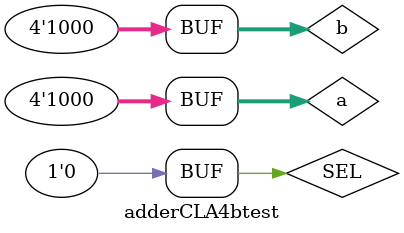
<source format=v>
`timescale 1ns / 1ps


module adderCLA4btest;

	// Inputs
	reg [3:0] a;
	reg [3:0] b;
	reg SEL;

	// Outputs
	wire Cout;
	wire [3:0] Sum;

	// Instantiate the Unit Under Test (UUT)
	adderCLA4b uut (
		.a(a), 
		.b(b), 
		.SEL(SEL), 
		.Cout(Cout), 
		.Sum(Sum)
	);

	initial begin
		$monitor("%d  %d | %d | %d %d", a, b, SEL, Cout, Sum);

		// Initialize Inputs
		a = 0;
		b = 0;
		SEL = 0;

		// Wait 100 ns for global reset to finish
		#100;
        
		// Add stimulus here
		// Initialize Inputs
		a = 1;
		b = 0;
		SEL = 0;

		// Wait 100 ns for global reset to finish
		#100;
        
		// Add stimulus here
		// Initialize Inputs
		a = 1;
		b = 1;
		SEL = 1;
		// Wait 100 ns for global reset to finish
		#100;
				// Initialize Inputs
		a = 4;
		b = 6;
		SEL = 0;

		// Wait 100 ns for global reset to finish
		#100;
				// Initialize Inputs
		a = 5;
		b = 0;
		SEL = 0;
		#100;
		a = 3;
		b = 11;
		SEL = 0;
		// Wait 100 ns for global reset to finish
		#100;
				// Initialize Inputs
		a = 15;
		b = 15;
		SEL = 1;

		// Wait 100 ns for global reset to finish
		#100;
		a = 7;
		b = 8;
		SEL = 0;

		// Wait 100 ns for global reset to finish
		#100;
						// Initialize Inputs
		a = 8;
		b = 8;
		SEL = 0;

		// Wait 100 ns for global reset to finish
		#100;
	end
      
endmodule


</source>
